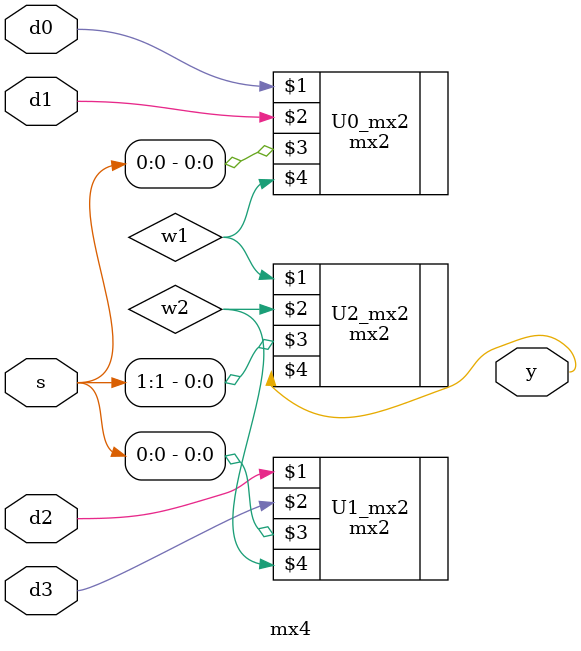
<source format=v>
module mx4(y, d0, d1, d2, d3, s);
  // 4-to-1 multiplexer module
  // Inputs: 4 data inputs (d0, d1, d2, d3), 2-bit (s)
  input d0;
  input d1;
  input d2;
  input d3;
  input [1:0] s; // 2-bit select signal
  
  // Output - multiplexer
  output y;
  
	// wire mx2 - mx2
	wire w1, w2;
  
  // Instantiate two 2-to-1 for mx2
  mx2 U0_mx2(d0, d1, s[0], w1); // Multiplexes d0 and d1 based on s[0]
  mx2 U1_mx2(d2, d3, s[0], w2); // Multiplexes d2 and d3 based on s[0]
  
  // Instantiate another 2-to-1 multiplexer for the final output
  mx2 U2_mx2(w1, w2, s[1], y); // Multiplexes w1 and w2 based on s[1] to produce the final output y
endmodule

</source>
